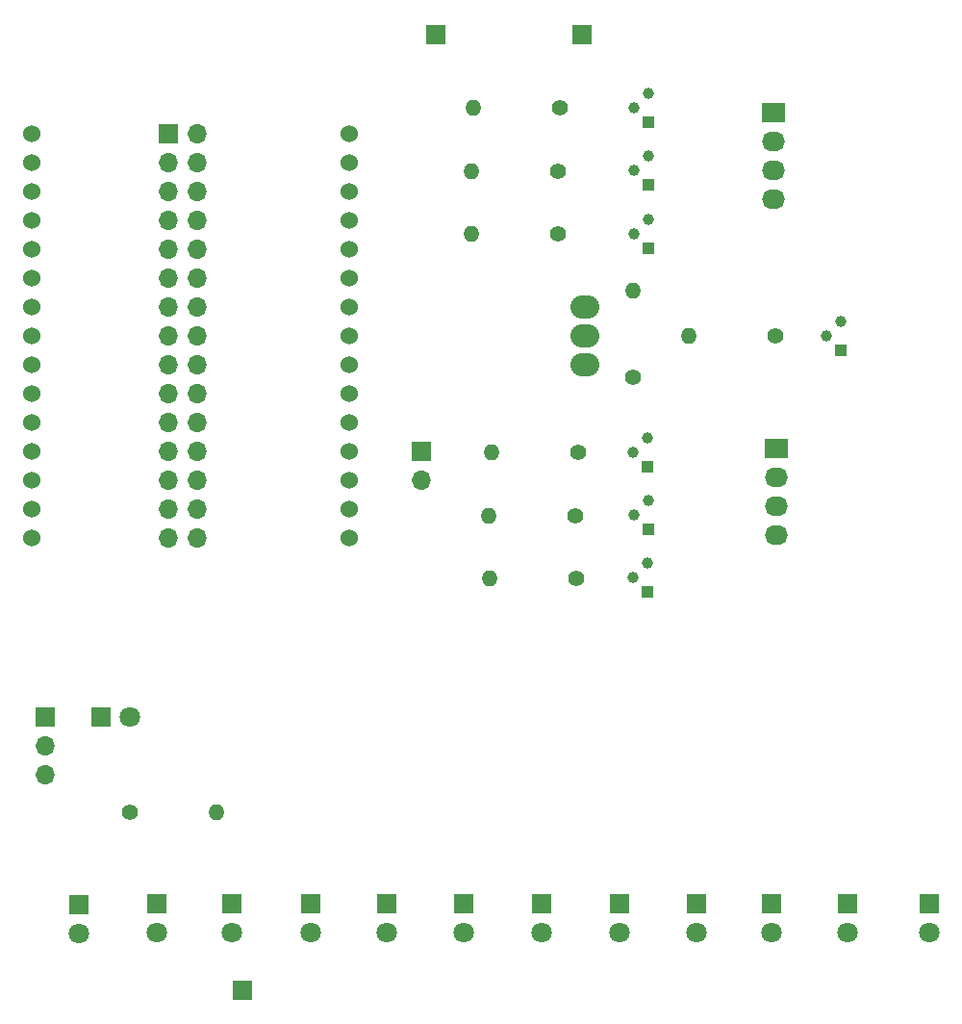
<source format=gbr>
%TF.GenerationSoftware,KiCad,Pcbnew,4.0.5+dfsg1-4*%
%TF.CreationDate,2018-11-05T18:37:42-05:00*%
%TF.ProjectId,ButtonLEDsController,427574746F6E4C454473436F6E74726F,rev?*%
%TF.FileFunction,Soldermask,Bot*%
%FSLAX46Y46*%
G04 Gerber Fmt 4.6, Leading zero omitted, Abs format (unit mm)*
G04 Created by KiCad (PCBNEW 4.0.5+dfsg1-4) date Mon Nov  5 18:37:42 2018*
%MOMM*%
%LPD*%
G01*
G04 APERTURE LIST*
%ADD10C,0.100000*%
%ADD11R,1.800000X1.800000*%
%ADD12C,1.800000*%
%ADD13O,2.540000X2.032000*%
%ADD14C,1.400000*%
%ADD15O,1.400000X1.400000*%
%ADD16C,1.524000*%
%ADD17C,1.000000*%
%ADD18R,1.000000X1.000000*%
%ADD19R,1.700000X1.700000*%
%ADD20O,1.700000X1.700000*%
%ADD21R,2.032000X1.727200*%
%ADD22O,2.032000X1.727200*%
G04 APERTURE END LIST*
D10*
D11*
X21285200Y-93319600D03*
D12*
X21285200Y-95859600D03*
D11*
X28092400Y-93243400D03*
D12*
X28092400Y-95783400D03*
D11*
X34747200Y-93243400D03*
D12*
X34747200Y-95783400D03*
D11*
X41630600Y-93243400D03*
D12*
X41630600Y-95783400D03*
D11*
X48387000Y-93268800D03*
D12*
X48387000Y-95808800D03*
D11*
X55143400Y-93268800D03*
D12*
X55143400Y-95808800D03*
D11*
X62001400Y-93218800D03*
D12*
X62001400Y-95758800D03*
D11*
X68834000Y-93243400D03*
D12*
X68834000Y-95783400D03*
D11*
X75590400Y-93243400D03*
D12*
X75590400Y-95783400D03*
D11*
X82245200Y-93243400D03*
D12*
X82245200Y-95783400D03*
D11*
X88925400Y-93243400D03*
D12*
X88925400Y-95783400D03*
D11*
X96113600Y-93243400D03*
D12*
X96113600Y-95783400D03*
D11*
X23215600Y-76809600D03*
D12*
X25755600Y-76809600D03*
D13*
X65786000Y-43307000D03*
X65786000Y-40767000D03*
X65786000Y-45847000D03*
D14*
X70053200Y-46939200D03*
D15*
X70053200Y-39319200D03*
D14*
X82575400Y-43307000D03*
D15*
X74955400Y-43307000D03*
D14*
X25755600Y-85166200D03*
D15*
X33375600Y-85166200D03*
D14*
X63627000Y-23266400D03*
D15*
X56007000Y-23266400D03*
D14*
X63423800Y-28803600D03*
D15*
X55803800Y-28803600D03*
D14*
X63398400Y-34340800D03*
D15*
X55778400Y-34340800D03*
D14*
X65239900Y-53530500D03*
D15*
X57619900Y-53530500D03*
D14*
X64960500Y-59118500D03*
D15*
X57340500Y-59118500D03*
D14*
X65011300Y-64604900D03*
D15*
X57391300Y-64604900D03*
D16*
X17094200Y-25552400D03*
X17094200Y-28092400D03*
X17094200Y-30632400D03*
X17094200Y-33172400D03*
X17094200Y-35712400D03*
X17094200Y-38252400D03*
X17094200Y-40792400D03*
X17094200Y-43332400D03*
X17094200Y-45872400D03*
X17094200Y-48412400D03*
X17094200Y-50952400D03*
X17094200Y-53492400D03*
X17094200Y-56032400D03*
X17094200Y-58572400D03*
X17094200Y-61112400D03*
X45034200Y-61112400D03*
X45034200Y-58572400D03*
X45034200Y-56032400D03*
X45034200Y-53492400D03*
X45034200Y-50952400D03*
X45034200Y-48412400D03*
X45034200Y-45872400D03*
X45034200Y-43332400D03*
X45034200Y-40792400D03*
X45034200Y-38252400D03*
X45034200Y-35712400D03*
X45034200Y-33172400D03*
X45034200Y-30632400D03*
X45034200Y-28092400D03*
X45034200Y-25552400D03*
D17*
X87045800Y-43307000D03*
X88315800Y-42037000D03*
D18*
X88315800Y-44577000D03*
D17*
X70078600Y-23241000D03*
X71348600Y-21971000D03*
D18*
X71348600Y-24511000D03*
D17*
X70129400Y-28752800D03*
X71399400Y-27482800D03*
D18*
X71399400Y-30022800D03*
D17*
X70104000Y-34340800D03*
X71374000Y-33070800D03*
D18*
X71374000Y-35610800D03*
D17*
X70053200Y-53517800D03*
X71323200Y-52247800D03*
D18*
X71323200Y-54787800D03*
D17*
X70129400Y-59080400D03*
X71399400Y-57810400D03*
D18*
X71399400Y-60350400D03*
D17*
X70053200Y-64541400D03*
X71323200Y-63271400D03*
D18*
X71323200Y-65811400D03*
D19*
X29108400Y-25527000D03*
D20*
X31648400Y-25527000D03*
X29108400Y-28067000D03*
X31648400Y-28067000D03*
X29108400Y-30607000D03*
X31648400Y-30607000D03*
X29108400Y-33147000D03*
X31648400Y-33147000D03*
X29108400Y-35687000D03*
X31648400Y-35687000D03*
X29108400Y-38227000D03*
X31648400Y-38227000D03*
X29108400Y-40767000D03*
X31648400Y-40767000D03*
X29108400Y-43307000D03*
X31648400Y-43307000D03*
X29108400Y-45847000D03*
X31648400Y-45847000D03*
X29108400Y-48387000D03*
X31648400Y-48387000D03*
X29108400Y-50927000D03*
X31648400Y-50927000D03*
X29108400Y-53467000D03*
X31648400Y-53467000D03*
X29108400Y-56007000D03*
X31648400Y-56007000D03*
X29108400Y-58547000D03*
X31648400Y-58547000D03*
X29108400Y-61087000D03*
X31648400Y-61087000D03*
D19*
X18262600Y-76835000D03*
D20*
X18262600Y-79375000D03*
X18262600Y-81915000D03*
D19*
X35661600Y-100838000D03*
X65532000Y-16814800D03*
X52628800Y-16764000D03*
X51358800Y-53441600D03*
D20*
X51358800Y-55981600D03*
D21*
X82384900Y-23622000D03*
D22*
X82384900Y-26162000D03*
X82384900Y-28702000D03*
X82384900Y-31242000D03*
D21*
X82638900Y-53213000D03*
D22*
X82638900Y-55753000D03*
X82638900Y-58293000D03*
X82638900Y-60833000D03*
M02*

</source>
